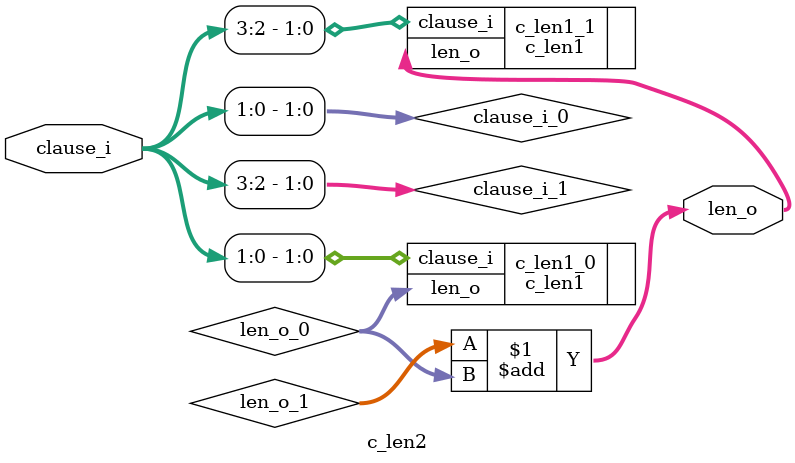
<source format=v>

/**
 *  该文件是使用gen_num_verilog.py生成的
 *  gen_num_verilog ../src/sat_engine/state_list/c_lens.gen 8
 */

/**
*   在8个变量中，求解子句的长度
*/
module c_len8 #(
        parameter NUM = 8,
        parameter WIDTH = 3
    )
    (
        input [NUM*2-1 : 0]     clause_i,
        output [WIDTH-1 : 0]    len_o
    );

    parameter NUM_SUB = NUM;

    wire [NUM_SUB*2/2-1 : 0]     clause_i_0, clause_i_1;
    wire [WIDTH-1 : 0]           len_o_0, len_o_1;
    assign {clause_i_1, clause_i_0} = clause_i;
    assign len_o = len_o_1 + len_o_0;

    c_len4 #(
        .WIDTH(WIDTH)
    )
    c_len4_0(
        .clause_i(clause_i_0),
        .len_o(len_o_0)
    );

    c_len4 #(
        .WIDTH(WIDTH)
    )
    c_len4_1(
        .clause_i(clause_i_1),
        .len_o(len_o)
    );

endmodule


/**
*   在4个变量中，求解子句的长度
*/
module c_len4 #(
        parameter NUM = 4,
        parameter WIDTH = 3
    )
    (
        input [NUM*2-1 : 0]     clause_i,
        output [WIDTH-1 : 0]    len_o
    );

    parameter NUM_SUB = NUM;

    wire [NUM_SUB*2/2-1 : 0]     clause_i_0, clause_i_1;
    wire [WIDTH-1 : 0]           len_o_0, len_o_1;
    assign {clause_i_1, clause_i_0} = clause_i;
    assign len_o = len_o_1 + len_o_0;

    c_len2 #(
        .WIDTH(WIDTH)
    )
    c_len2_0(
        .clause_i(clause_i_0),
        .len_o(len_o_0)
    );

    c_len2 #(
        .WIDTH(WIDTH)
    )
    c_len2_1(
        .clause_i(clause_i_1),
        .len_o(len_o)
    );

endmodule


/**
*   在2个变量中，求解子句的长度
*/
module c_len2 #(
        parameter NUM = 2,
        parameter WIDTH = 3
    )
    (
        input [NUM*2-1 : 0]     clause_i,
        output [WIDTH-1 : 0]    len_o
    );

    parameter NUM_SUB = NUM;

    wire [NUM_SUB*2/2-1 : 0]     clause_i_0, clause_i_1;
    wire [WIDTH-1 : 0]           len_o_0, len_o_1;
    assign {clause_i_1, clause_i_0} = clause_i;
    assign len_o = len_o_1 + len_o_0;

    c_len1 #(
        .WIDTH(WIDTH)
    )
    c_len1_0(
        .clause_i(clause_i_0),
        .len_o(len_o_0)
    );

    c_len1 #(
        .WIDTH(WIDTH)
    )
    c_len1_1(
        .clause_i(clause_i_1),
        .len_o(len_o)
    );

endmodule


</source>
